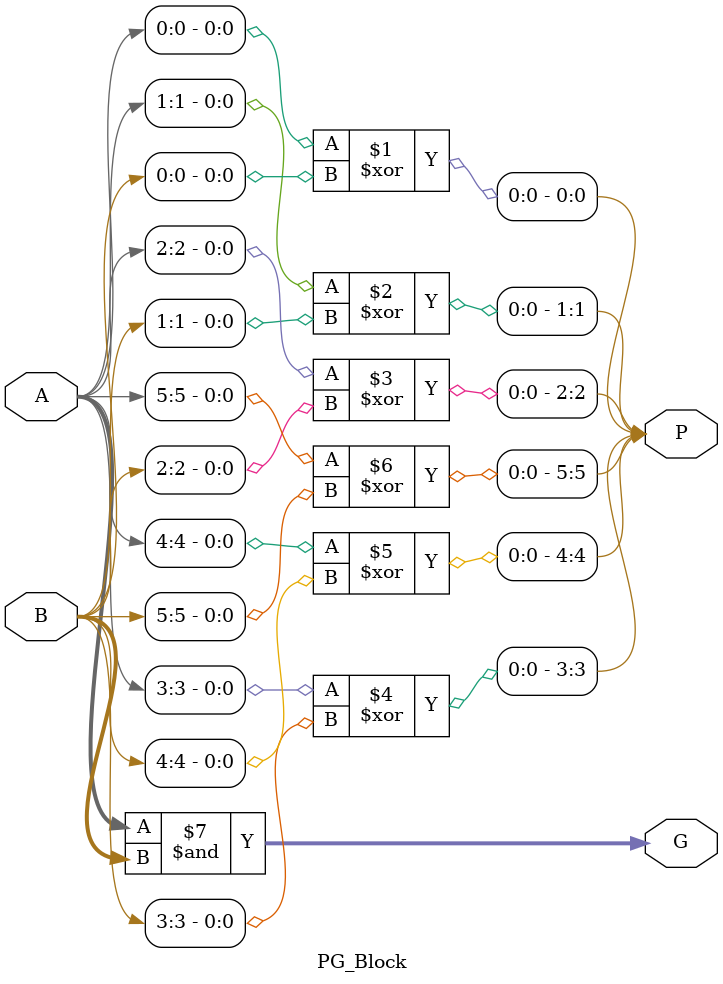
<source format=v>
`timescale 1ns / 1ps
module PG_Block(
    input [5:0] A,
    input [5:0] B,
    output [5:0] P,
    output [5:0] G
    );

assign P[0] = A[0] ^ B[0];
assign P[1] = A[1] ^ B[1];
assign P[2] = A[2] ^ B[2];
assign P[3] = A[3] ^ B[3];
assign P[4] = A[4] ^ B[4];
assign P[5] = A[5] ^ B[5];
assign G = A & B;

endmodule

</source>
